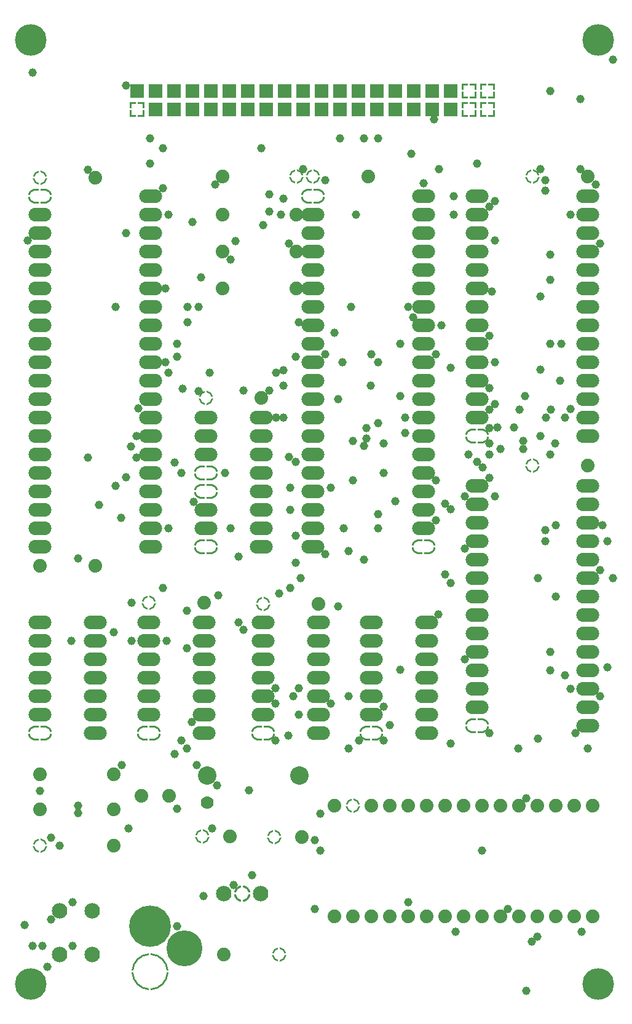
<source format=gbr>
G04 EasyPC Gerber Version 20.0.2 Build 4112 *
G04 #@! TF.Part,Single*
G04 #@! TF.FileFunction,Copper,L3,Inr *
%FSLAX35Y35*%
%MOIN*%
G04 #@! TA.AperFunction,ComponentPad*
%ADD91R,0.07400X0.07400*%
G04 #@! TA.AperFunction,ViaPad*
%ADD96C,0.04600*%
%ADD100C,0.07000*%
G04 #@! TA.AperFunction,ComponentPad*
%ADD88C,0.07400*%
%ADD89C,0.08400*%
%ADD93C,0.10000*%
G04 #@! TA.AperFunction,WasherPad*
%ADD84C,0.17148*%
G04 #@! TA.AperFunction,ComponentPad*
%ADD94C,0.19510*%
%ADD85O,0.12400X0.07400*%
%AMT86*0 Thermal pad*4,1,35,-0.00500,0.03000,-0.02500,0.03000,-0.02800,0.02985,-0.03098,0.02940,-0.03389,0.02866,-0.03671,0.02763,-0.03942,0.02631,-0.04198,0.02474,-0.04437,0.02292,-0.04656,0.02087,-0.04854,0.01860,-0.05029,0.01615,-0.05178,0.01354,-0.05300,0.01080,-0.05394,0.00794,-0.05458,0.00500,-0.06469,0.00500,-0.06412,0.00835,-0.06327,0.01164,-0.06214,0.01485,-0.06075,0.01795,-0.05909,0.02092,-0.05719,0.02374,-0.05506,0.02639,-0.05271,0.02885,-0.05016,0.03109,-0.04743,0.03312,-0.04453,0.03490,-0.04150,0.03643,-0.03834,0.03770,-0.03509,0.03870,-0.03177,0.03941,-0.02840,0.03985,-0.02500,0.04000,-0.00500,0.04000,-0.00500,0.03000,0*4,1,35,-0.05458,-0.00500,-0.05393,-0.00793,-0.05299,-0.01079,-0.05177,-0.01354,-0.05028,-0.01615,-0.04854,-0.01859,-0.04656,-0.02085,-0.04436,-0.02291,-0.04197,-0.02473,-0.03941,-0.02630,-0.03670,-0.02761,-0.03388,-0.02865,-0.03097,-0.02939,-0.02800,-0.02984,-0.02500,-0.03000,-0.00500,-0.03000,-0.00500,-0.04000,-0.02500,-0.04000,-0.02840,-0.03985,-0.03177,-0.03942,-0.03509,-0.03870,-0.03834,-0.03771,-0.04150,-0.03644,-0.04453,-0.03491,-0.04743,-0.03313,-0.05016,-0.03110,-0.05271,-0.02885,-0.05506,-0.02640,-0.05719,-0.02375,-0.05909,-0.02093,-0.06075,-0.01796,-0.06214,-0.01486,-0.06327,-0.01165,-0.06412,-0.00836,-0.06469,-0.00500,-0.05458,-0.00500,0*4,1,35,0.00500,-0.03000,0.02500,-0.03000,0.02800,-0.02985,0.03098,-0.02940,0.03389,-0.02866,0.03671,-0.02763,0.03942,-0.02631,0.04198,-0.02474,0.04437,-0.02292,0.04656,-0.02087,0.04854,-0.01860,0.05029,-0.01615,0.05178,-0.01354,0.05300,-0.01080,0.05394,-0.00794,0.05458,-0.00500,0.06469,-0.00500,0.06412,-0.00835,0.06327,-0.01164,0.06214,-0.01485,0.06075,-0.01795,0.05909,-0.02092,0.05719,-0.02374,0.05506,-0.02639,0.05271,-0.02885,0.05016,-0.03109,0.04743,-0.03312,0.04453,-0.03490,0.04150,-0.03643,0.03834,-0.03770,0.03509,-0.03870,0.03177,-0.03941,0.02840,-0.03985,0.02500,-0.04000,0.00500,-0.04000,0.00500,-0.03000,0*4,1,35,0.05458,0.00500,0.05393,0.00793,0.05299,0.01079,0.05177,0.01354,0.05028,0.01615,0.04854,0.01859,0.04656,0.02085,0.04436,0.02291,0.04197,0.02473,0.03941,0.02630,0.03670,0.02761,0.03388,0.02865,0.03097,0.02939,0.02800,0.02984,0.02500,0.03000,0.00500,0.03000,0.00500,0.04000,0.02500,0.04000,0.02840,0.03985,0.03177,0.03942,0.03509,0.03870,0.03834,0.03771,0.04150,0.03644,0.04453,0.03491,0.04743,0.03313,0.05016,0.03110,0.05271,0.02885,0.05506,0.02640,0.05719,0.02375,0.05909,0.02093,0.06075,0.01796,0.06214,0.01486,0.06327,0.01165,0.06412,0.00836,0.06469,0.00500,0.05458,0.00500,0*%
%ADD86T86*%
%AMT92*0 Thermal pad*4,1,6,0.03000,0.00500,0.03000,0.03000,0.00500,0.03000,0.00500,0.04000,0.04000,0.04000,0.04000,0.00500,0.03000,0.00500,0*4,1,6,-0.00500,0.03000,-0.03000,0.03000,-0.03000,0.00500,-0.04000,0.00500,-0.04000,0.04000,-0.00500,0.04000,-0.00500,0.03000,0*4,1,6,-0.03000,-0.00500,-0.03000,-0.03000,-0.00500,-0.03000,-0.00500,-0.04000,-0.04000,-0.04000,-0.04000,-0.00500,-0.03000,-0.00500,0*4,1,6,0.00500,-0.03000,0.03000,-0.03000,0.03000,-0.00500,0.04000,-0.00500,0.04000,-0.04000,0.00500,-0.04000,0.00500,-0.03000,0*%
%ADD92T92*%
%AMT87*0 Thermal pad*7,0,0,0.08000,0.06000,0.01000,0*%
%ADD87T87*%
%AMT90*0 Thermal pad*7,0,0,0.09000,0.07000,0.01000,0*%
%ADD90T90*%
%ADD95C,0.22502*%
%AMT97*0 Thermal pad*7,0,0,0.20110,0.18110,0.01000,0*%
%ADD97T97*%
X0Y0D02*
D02*
D84*
X27750Y15750D03*
Y527250D03*
X335250Y15750D03*
Y527250D03*
D02*
D85*
X32750Y161750D03*
Y171750D03*
Y181750D03*
Y191750D03*
Y201750D03*
Y211750D03*
Y252750D03*
Y262750D03*
Y272750D03*
Y282750D03*
Y292750D03*
Y302750D03*
Y312750D03*
Y322750D03*
Y332750D03*
Y342750D03*
Y352750D03*
Y362750D03*
Y372750D03*
Y382750D03*
Y392750D03*
Y402750D03*
Y412750D03*
Y422750D03*
Y432750D03*
X62750Y151750D03*
Y161750D03*
Y171750D03*
Y181750D03*
Y191750D03*
Y201750D03*
Y211750D03*
X91750Y161750D03*
Y171750D03*
Y181750D03*
Y191750D03*
Y201750D03*
Y211750D03*
X92750Y252750D03*
Y262750D03*
Y272750D03*
Y282750D03*
Y292750D03*
Y302750D03*
Y312750D03*
Y322750D03*
Y332750D03*
Y342750D03*
Y352750D03*
Y362750D03*
Y372750D03*
Y382750D03*
Y392750D03*
Y402750D03*
Y412750D03*
Y422750D03*
Y432750D03*
Y442750D03*
X121750Y151750D03*
Y161750D03*
Y171750D03*
Y181750D03*
Y191750D03*
Y201750D03*
Y211750D03*
X122750Y262750D03*
Y272750D03*
Y302750D03*
Y312750D03*
Y322750D03*
X152750Y252750D03*
Y262750D03*
Y272750D03*
Y282750D03*
Y292750D03*
Y302750D03*
Y312750D03*
Y322750D03*
X153750Y161750D03*
Y171750D03*
Y181750D03*
Y191750D03*
Y201750D03*
Y211750D03*
X180750Y252750D03*
Y262750D03*
Y272750D03*
Y282750D03*
Y292750D03*
Y302750D03*
Y312750D03*
Y322750D03*
Y332750D03*
Y342750D03*
Y352750D03*
Y362750D03*
Y372750D03*
Y382750D03*
Y392750D03*
Y402750D03*
Y412750D03*
Y422750D03*
Y432750D03*
X183750Y151750D03*
Y161750D03*
Y171750D03*
Y181750D03*
Y191750D03*
Y201750D03*
Y211750D03*
X212250Y161750D03*
Y171750D03*
Y181750D03*
Y191750D03*
Y201750D03*
Y211750D03*
X240750Y262750D03*
Y272750D03*
Y282750D03*
Y292750D03*
Y302750D03*
Y312750D03*
Y322750D03*
Y332750D03*
Y342750D03*
Y352750D03*
Y362750D03*
Y372750D03*
Y382750D03*
Y392750D03*
Y402750D03*
Y412750D03*
Y422750D03*
Y432750D03*
Y442750D03*
X242250Y151750D03*
Y161750D03*
Y171750D03*
Y181750D03*
Y191750D03*
Y201750D03*
Y211750D03*
X269750Y165750D03*
Y175750D03*
Y185750D03*
Y195750D03*
Y205750D03*
Y215750D03*
Y225750D03*
Y235750D03*
Y245750D03*
Y255750D03*
Y265750D03*
Y275750D03*
Y285750D03*
Y322750D03*
Y332750D03*
Y342750D03*
Y352750D03*
Y362750D03*
Y372750D03*
Y382750D03*
Y392750D03*
Y402750D03*
Y412750D03*
Y422750D03*
Y432750D03*
Y442750D03*
X329750Y155750D03*
Y165750D03*
Y175750D03*
Y185750D03*
Y195750D03*
Y205750D03*
Y215750D03*
Y225750D03*
Y235750D03*
Y245750D03*
Y255750D03*
Y265750D03*
Y275750D03*
Y285750D03*
Y312750D03*
Y322750D03*
Y332750D03*
Y342750D03*
Y352750D03*
Y362750D03*
Y372750D03*
Y382750D03*
Y392750D03*
Y402750D03*
Y412750D03*
Y422750D03*
Y432750D03*
Y442750D03*
D02*
D86*
X32750Y151750D03*
Y442750D03*
X91750Y151750D03*
X122750Y252750D03*
Y282750D03*
Y292750D03*
X153750Y151750D03*
X180750Y442750D03*
X212250Y151750D03*
X240750Y252750D03*
X269750Y155750D03*
Y312750D03*
D02*
D87*
X32750Y90750D03*
Y452750D03*
X91750Y222250D03*
X120750Y95750D03*
X122750Y333250D03*
X153750Y221750D03*
X159750Y95250D03*
X162250Y31750D03*
X171750Y453250D03*
X180750D03*
X202250Y112250D03*
X299750Y296750D03*
Y453250D03*
D02*
D88*
X32750Y110250D03*
Y129250D03*
Y242250D03*
X62750D03*
Y452750D03*
X72750Y90750D03*
Y110250D03*
Y129250D03*
X87750Y117750D03*
X102750D03*
X121750Y222250D03*
X131750Y392750D03*
Y412750D03*
Y432750D03*
Y453250D03*
X132250Y31750D03*
X135750Y95750D03*
X152750Y333250D03*
X171750Y392750D03*
Y412750D03*
Y432750D03*
X174750Y95250D03*
X183750Y221750D03*
X192250Y52250D03*
Y112250D03*
X202250Y52250D03*
X210750Y453250D03*
X212250Y52250D03*
Y112250D03*
X222250Y52250D03*
Y112250D03*
X232250Y52250D03*
Y112250D03*
X242250Y52250D03*
Y112250D03*
X252250Y52250D03*
Y112250D03*
X262250Y52250D03*
Y112250D03*
X272250Y52250D03*
Y112250D03*
X282250Y52250D03*
Y112250D03*
X292250Y52250D03*
Y112250D03*
X302250Y52250D03*
Y112250D03*
X312250Y52250D03*
Y112250D03*
X322250Y52250D03*
Y112250D03*
X329750Y296750D03*
Y453250D03*
X332250Y52250D03*
Y112250D03*
D02*
D89*
X43250Y31628D03*
Y55250D03*
X60967Y31628D03*
Y55250D03*
X132250Y64750D03*
X152250D03*
D02*
D90*
X142250D03*
D02*
D91*
X85250Y499750D03*
X95250Y489750D03*
Y499750D03*
X105250Y489750D03*
Y499750D03*
X115250Y489750D03*
Y499750D03*
X125250Y489750D03*
Y499750D03*
X135250Y489750D03*
Y499750D03*
X145250Y489750D03*
Y499750D03*
X155250Y489750D03*
Y499750D03*
X165250Y489750D03*
Y499750D03*
X175250Y489750D03*
Y499750D03*
X185250Y489750D03*
Y499750D03*
X195250Y489750D03*
Y499750D03*
X205250Y489750D03*
Y499750D03*
X215250Y489750D03*
Y499750D03*
X225250Y489750D03*
Y499750D03*
X235250Y489750D03*
Y499750D03*
X245250Y489750D03*
Y499750D03*
X255250Y489750D03*
Y499750D03*
D02*
D92*
X85250Y489750D03*
X265250D03*
Y499750D03*
X275250Y489750D03*
Y499750D03*
D02*
D93*
X123250Y128750D03*
X173250D03*
D02*
D94*
X111148Y35045D03*
D02*
D95*
X92250Y46856D03*
D02*
D96*
X24494Y47788D03*
X26069Y418569D03*
X28569Y36309D03*
Y509668D03*
X32750Y120250D03*
X34024Y36309D03*
X36805Y24805D03*
X38569Y50569D03*
Y94931D03*
X43250Y90750D03*
X49750Y201750D03*
X50507Y36309D03*
Y59931D03*
X53288Y108263D03*
Y112250D03*
Y246431D03*
X58569Y456931D03*
X58750Y300919D03*
X64750Y275250D03*
X72750Y206363D03*
X73738Y285531D03*
Y382750D03*
X76750Y268250D03*
X76931Y134231D03*
X79300Y290144D03*
Y422750D03*
Y502531D03*
X80788Y99931D03*
X82081Y306931D03*
X82250Y201750D03*
Y222250D03*
X84863Y300919D03*
Y312750D03*
X86069Y327494D03*
X92469Y460212D03*
Y474118D03*
X99431Y230188D03*
Y446931D03*
Y468556D03*
X100637Y352750D03*
Y392750D03*
X101469Y201750D03*
X102212Y262750D03*
Y346931D03*
Y432750D03*
X105825Y140444D03*
Y298137D03*
X106931Y46863D03*
Y110788D03*
X107081Y355531D03*
Y362750D03*
X109507Y147569D03*
Y292750D03*
X109863Y338137D03*
X112288Y143226D03*
Y197569D03*
Y218069D03*
X112644Y374150D03*
Y382750D03*
X115069Y157506D03*
X115250Y428569D03*
X116069Y276931D03*
X117769Y134231D03*
X118569Y336931D03*
Y382750D03*
X119863Y398506D03*
X121384Y63175D03*
X124788Y346931D03*
X125950Y99931D03*
X127569Y449069D03*
X128731Y123269D03*
X129431Y226431D03*
X133150Y292750D03*
X135931Y262750D03*
Y408137D03*
X137569Y69431D03*
X138712Y418137D03*
X140300Y211750D03*
Y247363D03*
X143081Y207569D03*
Y337431D03*
X146069Y120637D03*
X147569Y74694D03*
X152750Y468556D03*
X153750Y426931D03*
X156931Y337431D03*
Y434150D03*
X157081Y443700D03*
X160431Y147569D03*
Y167569D03*
Y175931D03*
X160637Y322750D03*
Y346931D03*
X162212Y227407D03*
X163213Y432493D03*
X164788Y322750D03*
Y339969D03*
Y348137D03*
Y441287D03*
X167325Y150175D03*
X167569Y301287D03*
Y416931D03*
X168507Y230188D03*
Y272750D03*
Y284581D03*
X170106Y171750D03*
X171288Y244056D03*
Y258569D03*
Y298506D03*
Y355531D03*
X173048Y374150D03*
X173081Y161750D03*
Y175931D03*
X174069Y235750D03*
X175250Y457431D03*
X181825Y56431D03*
Y93675D03*
X184606Y88113D03*
Y108069D03*
X187431Y248569D03*
Y356931D03*
Y451350D03*
X190431Y167569D03*
Y284581D03*
X192469Y368506D03*
X194419Y220363D03*
Y332750D03*
X195250Y474118D03*
X196825Y352750D03*
X197200Y262750D03*
X199981Y171750D03*
Y250144D03*
X200007Y143226D03*
X201301Y382750D03*
X202469Y288569D03*
Y309969D03*
X204082Y432750D03*
X205569Y147569D03*
X208288Y474118D03*
X208350Y245750D03*
Y307363D03*
X209556Y311369D03*
Y316931D03*
X212150Y339969D03*
X212325Y356931D03*
X216150Y262750D03*
Y270363D03*
Y319712D03*
Y352750D03*
Y474118D03*
X218931Y147569D03*
Y165931D03*
Y292750D03*
Y308569D03*
X222212Y155931D03*
X225250Y277363D03*
X228031Y185931D03*
Y334325D03*
Y362750D03*
X230812Y314150D03*
Y322750D03*
X232250Y59931D03*
X232275Y382750D03*
X234069Y465774D03*
X234853Y376931D03*
X240750Y449712D03*
X246225Y484363D03*
X247431Y266931D03*
Y288569D03*
Y356931D03*
X248637Y215931D03*
X249006Y457431D03*
X250212Y372750D03*
X252507Y237581D03*
Y275826D03*
X255288Y146007D03*
Y232969D03*
Y272969D03*
Y349712D03*
X256981Y432750D03*
Y442750D03*
X258069Y44062D03*
X263069Y191569D03*
Y251569D03*
Y279931D03*
X265031Y302750D03*
X269750Y298569D03*
Y460212D03*
X272250Y88113D03*
X272531Y295531D03*
X276431Y151569D03*
Y289931D03*
Y302750D03*
Y308569D03*
Y316931D03*
Y326931D03*
Y338569D03*
Y366931D03*
Y436931D03*
X277637Y390919D03*
X279212Y279931D03*
Y329969D03*
Y352750D03*
Y418569D03*
Y439969D03*
X280787Y317363D03*
X282250Y305788D03*
X286431Y56431D03*
X289644Y317363D03*
X291876Y143226D03*
X292788Y326931D03*
X294657Y305788D03*
Y309969D03*
X295569Y334131D03*
X296431Y12014D03*
Y116431D03*
X299212Y38500D03*
X302250Y41281D03*
X302531Y148788D03*
Y235750D03*
X303931Y388137D03*
Y457431D03*
X304106Y312750D03*
Y348569D03*
X306712Y255750D03*
Y261569D03*
Y445788D03*
Y451350D03*
X306887Y322750D03*
X309493Y185750D03*
Y195750D03*
Y302750D03*
Y362750D03*
Y397363D03*
Y410919D03*
Y499750D03*
X309668Y326931D03*
X311944Y308569D03*
X312274Y225750D03*
Y264350D03*
X314726Y342750D03*
X315230Y362750D03*
X317507Y182969D03*
Y322750D03*
X320288Y175750D03*
Y327363D03*
Y432750D03*
X323069Y151569D03*
X325569Y457431D03*
Y495137D03*
X326431Y44081D03*
X329750Y143226D03*
X333931Y449069D03*
X336431Y171569D03*
Y239931D03*
Y416931D03*
X337637Y264350D03*
X340419Y187137D03*
Y255750D03*
X343200Y235750D03*
Y516630D03*
D02*
D97*
X92250Y22250D03*
D02*
D100*
X123250Y113810D03*
X0Y0D02*
M02*

</source>
